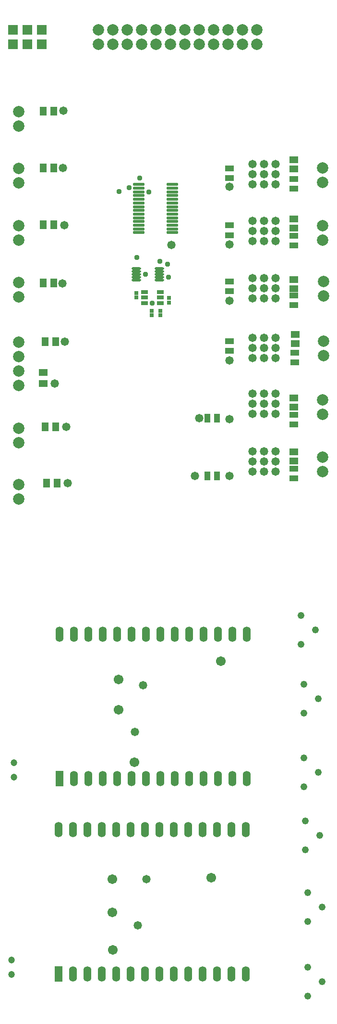
<source format=gbr>
G04 Layer_Color=8388736*
%FSLAX26Y26*%
%MOIN*%
%TF.FileFunction,Soldermask,Top*%
%TF.Part,Single*%
G01*
G75*
%TA.AperFunction,SMDPad,CuDef*%
%ADD52O,0.080835X0.021779*%
%ADD53R,0.041465X0.059181*%
%ADD54R,0.059181X0.041465*%
%ADD55R,0.061150X0.045402*%
%ADD56R,0.047370X0.031622*%
%ADD57R,0.028472X0.028472*%
%ADD58O,0.065087X0.017843*%
%ADD59R,0.049339X0.063118*%
%ADD60R,0.063118X0.049339*%
%TA.AperFunction,ComponentPad*%
%ADD61C,0.078866*%
%ADD62C,0.067055*%
%ADD63R,0.068000X0.068000*%
%ADD64R,0.055244X0.106425*%
%ADD65O,0.055244X0.106425*%
%ADD66C,0.048000*%
%ADD67C,0.047370*%
%TA.AperFunction,ViaPad*%
%ADD68C,0.058000*%
%ADD69C,0.037528*%
D52*
X1325175Y5396912D02*
D03*
Y5422502D02*
D03*
Y5448093D02*
D03*
Y5473683D02*
D03*
Y5499274D02*
D03*
Y5524864D02*
D03*
Y5550455D02*
D03*
Y5576046D02*
D03*
Y5601636D02*
D03*
Y5627227D02*
D03*
Y5652817D02*
D03*
Y5678408D02*
D03*
Y5703998D02*
D03*
Y5729589D02*
D03*
X1094860Y5396912D02*
D03*
Y5422502D02*
D03*
Y5448093D02*
D03*
Y5473683D02*
D03*
Y5499274D02*
D03*
Y5524864D02*
D03*
Y5550455D02*
D03*
Y5576046D02*
D03*
Y5601636D02*
D03*
Y5627227D02*
D03*
Y5652817D02*
D03*
Y5678408D02*
D03*
Y5703998D02*
D03*
Y5729589D02*
D03*
D53*
X1571038Y4111402D02*
D03*
X1637968D02*
D03*
X1571040Y3711404D02*
D03*
X1637970D02*
D03*
D54*
X2169230Y4068278D02*
D03*
Y4135208D02*
D03*
X1724350Y4643080D02*
D03*
Y4576150D02*
D03*
Y5056466D02*
D03*
Y4989536D02*
D03*
X1724348Y5446232D02*
D03*
Y5379302D02*
D03*
X2169230Y3694264D02*
D03*
Y3761192D02*
D03*
X2169229Y5702137D02*
D03*
Y5769067D02*
D03*
X2169230Y5308434D02*
D03*
Y5375364D02*
D03*
X2177102Y4497412D02*
D03*
Y4564340D02*
D03*
X2169230Y4895048D02*
D03*
Y4961976D02*
D03*
X1724348Y5839932D02*
D03*
Y5773002D02*
D03*
D55*
X2170001Y5838503D02*
D03*
Y5901495D02*
D03*
Y4188504D02*
D03*
Y4251496D02*
D03*
X2169230Y3814342D02*
D03*
Y3877334D02*
D03*
X2170001Y5428504D02*
D03*
Y5491496D02*
D03*
X2180001Y4628503D02*
D03*
Y4691495D02*
D03*
X2170001Y5008503D02*
D03*
Y5071495D02*
D03*
D56*
X1133600Y4983710D02*
D03*
Y4946308D02*
D03*
Y4908908D02*
D03*
X1241868D02*
D03*
Y4946308D02*
D03*
Y4983710D02*
D03*
D57*
X1304190Y4912530D02*
D03*
Y4944026D02*
D03*
X1077498Y4977804D02*
D03*
Y4946308D02*
D03*
X1243168Y4855444D02*
D03*
Y4823948D02*
D03*
X1184782Y4823002D02*
D03*
Y4854498D02*
D03*
D58*
X1235964Y5068356D02*
D03*
Y5088042D02*
D03*
Y5107726D02*
D03*
Y5127412D02*
D03*
Y5147096D02*
D03*
X1076514Y5068356D02*
D03*
Y5088042D02*
D03*
Y5107726D02*
D03*
Y5127412D02*
D03*
Y5147096D02*
D03*
D59*
X429071Y6237568D02*
D03*
X503875D02*
D03*
Y5843867D02*
D03*
X429071D02*
D03*
X503876Y5450168D02*
D03*
X429072D02*
D03*
X503876Y5046626D02*
D03*
X429072D02*
D03*
X517401Y4640001D02*
D03*
X442597D02*
D03*
X527401Y3659999D02*
D03*
X452597D02*
D03*
X517401Y4050001D02*
D03*
X442597D02*
D03*
D60*
X430001Y4352597D02*
D03*
Y4427401D02*
D03*
D61*
X1914504Y6701402D02*
D03*
Y6801402D02*
D03*
X814504Y6701402D02*
D03*
X914504D02*
D03*
X1014504D02*
D03*
X1114504D02*
D03*
X1214504D02*
D03*
X1314504D02*
D03*
X1414504D02*
D03*
X1514504D02*
D03*
X1614504D02*
D03*
X1714504D02*
D03*
X814504Y6801402D02*
D03*
X914504D02*
D03*
X1014504D02*
D03*
X1114504D02*
D03*
X1214504D02*
D03*
X1314504D02*
D03*
X1414504D02*
D03*
X1514504D02*
D03*
X1614504D02*
D03*
X1714504D02*
D03*
X1814504D02*
D03*
Y6701402D02*
D03*
X2370018Y3740444D02*
D03*
Y3840444D02*
D03*
X259782Y4337568D02*
D03*
Y4437568D02*
D03*
Y4537568D02*
D03*
Y4637568D02*
D03*
X2375924Y4543868D02*
D03*
Y4643868D02*
D03*
Y4957254D02*
D03*
Y5057254D02*
D03*
X2370018Y4138358D02*
D03*
Y4238358D02*
D03*
Y5743250D02*
D03*
Y5843250D02*
D03*
X259782Y3551742D02*
D03*
Y3651742D02*
D03*
X2370018Y5345706D02*
D03*
Y5445706D02*
D03*
X259782Y3941506D02*
D03*
Y4041506D02*
D03*
Y5740062D02*
D03*
Y5840062D02*
D03*
Y5345706D02*
D03*
Y5445706D02*
D03*
Y4951348D02*
D03*
Y5051348D02*
D03*
Y6134418D02*
D03*
Y6234418D02*
D03*
D62*
X1664504Y2426402D02*
D03*
X1064504Y1726402D02*
D03*
X954504Y2091402D02*
D03*
Y2301402D02*
D03*
X914504Y426402D02*
D03*
X911504Y688402D02*
D03*
X909504Y917402D02*
D03*
X1597504Y929402D02*
D03*
D63*
X220412Y6700168D02*
D03*
X320412D02*
D03*
X420412D02*
D03*
Y6800168D02*
D03*
X320412D02*
D03*
X220412D02*
D03*
D64*
X543246Y1613554D02*
D03*
X538324Y260208D02*
D03*
D65*
X643246Y1613554D02*
D03*
X743246D02*
D03*
X843246D02*
D03*
X943246D02*
D03*
X1043246D02*
D03*
X1143246D02*
D03*
X1243246D02*
D03*
X1343246D02*
D03*
X1443246D02*
D03*
X1543246D02*
D03*
X1643246D02*
D03*
X1743246D02*
D03*
X1843246D02*
D03*
X543246Y2613554D02*
D03*
X643246D02*
D03*
X743246D02*
D03*
X843246D02*
D03*
X943246D02*
D03*
X1043246D02*
D03*
X1143246D02*
D03*
X1243246D02*
D03*
X1343246D02*
D03*
X1443246D02*
D03*
X1543246D02*
D03*
X1643246D02*
D03*
X1743246D02*
D03*
X1843246D02*
D03*
X638324Y260208D02*
D03*
X738324D02*
D03*
X838324D02*
D03*
X938324D02*
D03*
X1038324D02*
D03*
X1138324D02*
D03*
X1238324D02*
D03*
X1338324D02*
D03*
X1438324D02*
D03*
X1538324D02*
D03*
X1638324D02*
D03*
X1738324D02*
D03*
X1838324D02*
D03*
X538324Y1260208D02*
D03*
X638324D02*
D03*
X738324D02*
D03*
X838324D02*
D03*
X938324D02*
D03*
X1038324D02*
D03*
X1138324D02*
D03*
X1238324D02*
D03*
X1338324D02*
D03*
X1438324D02*
D03*
X1538324D02*
D03*
X1638324D02*
D03*
X1738324D02*
D03*
X1838324D02*
D03*
D66*
X2221505Y2743401D02*
D03*
Y2543401D02*
D03*
X2321505Y2643401D02*
D03*
X2248505Y1321250D02*
D03*
Y1121250D02*
D03*
X2348505Y1221250D02*
D03*
X2240504Y2267401D02*
D03*
Y2067401D02*
D03*
X2340504Y2167401D02*
D03*
X2267504Y823390D02*
D03*
Y623390D02*
D03*
X2367504Y723390D02*
D03*
X2240504Y1757402D02*
D03*
Y1557402D02*
D03*
X2340504Y1657402D02*
D03*
X2267504Y307402D02*
D03*
Y107402D02*
D03*
X2367504Y207402D02*
D03*
D67*
X209504Y359402D02*
D03*
Y259402D02*
D03*
X225504Y1724402D02*
D03*
Y1624402D02*
D03*
D68*
X570000Y6240000D02*
D03*
X510000Y4350000D02*
D03*
X1724348Y4105680D02*
D03*
Y4511190D02*
D03*
Y4924576D02*
D03*
Y5314340D02*
D03*
Y5715916D02*
D03*
X1884504Y5871402D02*
D03*
Y5801402D02*
D03*
Y5731402D02*
D03*
X1964504D02*
D03*
X2044504D02*
D03*
Y5801402D02*
D03*
Y5871402D02*
D03*
X1964504Y5801402D02*
D03*
Y5871402D02*
D03*
Y5477042D02*
D03*
Y5407042D02*
D03*
X2044504Y5477042D02*
D03*
Y5407042D02*
D03*
Y5337042D02*
D03*
X1964504D02*
D03*
X1884504D02*
D03*
Y5407042D02*
D03*
Y5477042D02*
D03*
X1964504Y5082686D02*
D03*
Y5012686D02*
D03*
X2044504Y5082686D02*
D03*
Y5012686D02*
D03*
Y4942686D02*
D03*
X1964504D02*
D03*
X1884504D02*
D03*
Y5012686D02*
D03*
Y5082686D02*
D03*
X1964504Y4668908D02*
D03*
Y4598908D02*
D03*
X2044504Y4668908D02*
D03*
Y4598908D02*
D03*
Y4528908D02*
D03*
X1964504D02*
D03*
X1884504D02*
D03*
Y4598908D02*
D03*
Y4668908D02*
D03*
X1964504Y4281402D02*
D03*
Y4211402D02*
D03*
X2044504Y4281402D02*
D03*
Y4211402D02*
D03*
Y4141402D02*
D03*
X1964504D02*
D03*
X1884504D02*
D03*
Y4211402D02*
D03*
Y4281402D02*
D03*
X1964504Y3881402D02*
D03*
Y3811402D02*
D03*
X2044504Y3881402D02*
D03*
Y3811402D02*
D03*
Y3741402D02*
D03*
X1964504D02*
D03*
X1884504D02*
D03*
Y3811402D02*
D03*
Y3881402D02*
D03*
X1724504Y3711402D02*
D03*
X1484504D02*
D03*
X1514504Y4111402D02*
D03*
X1065504Y1936402D02*
D03*
X1085504Y597402D02*
D03*
X1147504Y918402D02*
D03*
X1123504Y2262402D02*
D03*
X600000Y3660000D02*
D03*
X590000Y4050000D02*
D03*
X563504Y5043402D02*
D03*
X576504Y5449402D02*
D03*
X566504Y5844402D02*
D03*
X1321238Y5310668D02*
D03*
X580000Y4640000D02*
D03*
D69*
X1141120Y5107726D02*
D03*
X1080018Y5223250D02*
D03*
X1188050Y4908908D02*
D03*
X1294504Y5177402D02*
D03*
X1239504Y5196402D02*
D03*
X1163504Y5678402D02*
D03*
X1026504Y5707402D02*
D03*
X1100504Y5774402D02*
D03*
X1300504Y5089402D02*
D03*
X957504Y5681402D02*
D03*
%TF.MD5,a0d46a5faa175da030a341e887535c14*%
M02*

</source>
